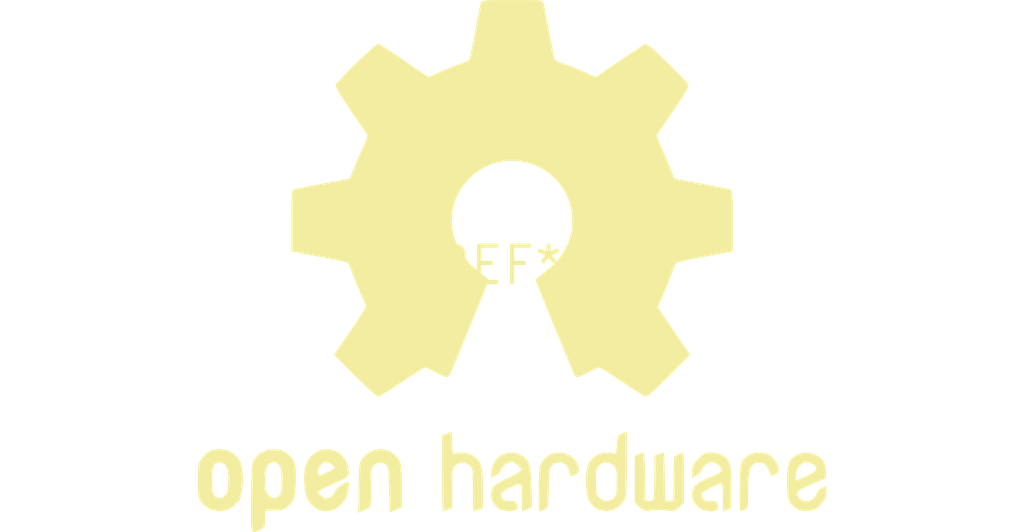
<source format=kicad_pcb>
(kicad_pcb (version 20240108) (generator pcbnew)
  (layers (0 "F.Cu" signal) (31 "B.Cu" signal) (34 "B.Paste" user) (35 "F.Paste" user) (36 "B.SilkS" user "B.Silkscreen") (37 "F.SilkS" user "F.Silkscreen") (38 "B.Mask" user) (39 "F.Mask" user) (44 "Edge.Cuts" user))
  (net 0 "")
  (footprint "OSHW-Logo2_24.3x20mm_SilkScreen" (layer "F.Cu") (at 0 0)
    (property "Reference" "REF**")
    (property "Value" "OSHW-Logo2_24.3x20mm_SilkScreen")
    (fp_poly (pts (xy 8.892816 6.566697) (xy 8.950976 6.592116) (xy 9.089795 6.702059) (xy 9.208505 6.86103) (xy 9.281921 7.030677) (xy 9.29387 7.114313) (xy 9.253809 7.231078) (xy 9.165935 7.292862) (xy 9.071718 7.330273) (xy 9.028577 7.337167) (xy 9.007571 7.287138) (xy 8.96609 7.178269) (xy 8.947892 7.129076) (xy 8.845848 6.958913) (xy 8.698103 6.874038) (xy 8.508655 6.876648) (xy 8.494623 6.879991) (xy 8.393481 6.927945) (xy 8.319124 7.021432) (xy 8.268338 7.171939) (xy 8.237908 7.390951) (xy 8.224618 7.689956) (xy 8.223372 7.849056) (xy 8.222754 8.099855) (xy 8.218705 8.270825) (xy 8.207933 8.379454) (xy 8.187147 8.44323) (xy 8.153055 8.479643) (xy 8.102365 8.506179) (xy 8.099435 8.507515) (xy 8.001818 8.548787) (xy 7.953458 8.563985) (xy 7.946027 8.518037) (xy 7.939666 8.391034) (xy 7.934832 8.199235) (xy 7.931985 7.958902) (xy 7.931418 7.783024) (xy 7.934313 7.442688) (xy 7.945637 7.184495) (xy 7.969346 6.993374) (xy 8.009397 6.854253) (xy 8.069747 6.75206) (xy 8.154353 6.671724) (xy 8.237899 6.615655) (xy 8.438791 6.541032) (xy 8.672596 6.524202) (xy 8.892816 6.566697)) (layer "F.SilkS") (stroke (width 0.01)) (fill solid))
    (fp_poly (pts (xy -4.304284 6.462865) (xy -4.148128 6.55319) (xy -4.039559 6.642845) (xy -3.960155 6.736776) (xy -3.905454 6.851646) (xy -3.87099 7.004114) (xy -3.852299 7.210844) (xy -3.844919 7.488496) (xy -3.844061 7.688086) (xy -3.844061 8.422766) (xy -4.050862 8.515472) (xy -4.257662 8.608179) (xy -4.281992 7.803492) (xy -4.292045 7.502966) (xy -4.302591 7.284835) (xy -4.315657 7.134186) (xy -4.333271 7.036107) (xy -4.357461 6.975688) (xy -4.390254 6.938016) (xy -4.400775 6.929862) (xy -4.560187 6.866178) (xy -4.721321 6.891378) (xy -4.817241 6.958238) (xy -4.856259 7.005616) (xy -4.883267 7.067787) (xy -4.900432 7.162039) (xy -4.909918 7.305657) (xy -4.913893 7.515931) (xy -4.914559 7.73507) (xy -4.91469 8.009999) (xy -4.919397 8.204602) (xy -4.935154 8.335851) (xy -4.968433 8.420718) (xy -5.025707 8.476177) (xy -5.113447 8.519201) (xy -5.230638 8.563907) (xy -5.358632 8.612571) (xy -5.343396 7.74891) (xy -5.337261 7.437565) (xy -5.330082 7.207483) (xy -5.319795 7.042614) (xy -5.30433 6.926909) (xy -5.281621 6.844316) (xy -5.249601 6.778788) (xy -5.210997 6.720974) (xy -5.024747 6.536283) (xy -4.797479 6.429481) (xy -4.550291 6.403898) (xy -4.304284 6.462865)) (layer "F.SilkS") (stroke (width 0.01)) (fill solid))
    (fp_poly (pts (xy 1.776572 6.536534) (xy 1.997609 6.618099) (xy 2.176683 6.762366) (xy 2.24672 6.86392) (xy 2.323071 7.050268) (xy 2.321485 7.18501) (xy 2.241347 7.275631) (xy 2.211696 7.29104) (xy 2.083674 7.339084) (xy 2.018294 7.326776) (xy 1.996148 7.246098) (xy 1.99502 7.201533) (xy 1.954477 7.037581) (xy 1.848802 6.922891) (xy 1.701924 6.867497) (xy 1.537773 6.881435) (xy 1.404337 6.953827) (xy 1.359269 6.99512) (xy 1.327323 7.045216) (xy 1.305744 7.120942) (xy 1.291773 7.239128) (xy 1.282655 7.4166) (xy 1.275631 7.670186) (xy 1.273812 7.750479) (xy 1.267178 8.025158) (xy 1.259636 8.218481) (xy 1.248325 8.346388) (xy 1.230385 8.424822) (xy 1.202955 8.469725) (xy 1.163177 8.497038) (xy 1.13771 8.509105) (xy 1.029556 8.550367) (xy 0.96589 8.563985) (xy 0.944854 8.518505) (xy 0.932013 8.381006) (xy 0.9273 8.149902) (xy 0.930644 7.823604) (xy 0.931686 7.773276) (xy 0.939035 7.475581) (xy 0.947726 7.258205) (xy 0.960092 7.104153) (xy 0.97847 6.99643) (xy 1.005195 6.918042) (xy 1.042602 6.851994) (xy 1.06217 6.823691) (xy 1.174366 6.698467) (xy 1.29985 6.601063) (xy 1.315213 6.592561) (xy 1.540223 6.525433) (xy 1.776572 6.536534)) (layer "F.SilkS") (stroke (width 0.01)) (fill solid))
    (fp_poly (pts (xy -2.092337 6.206429) (xy -2.078077 6.405313) (xy -2.061698 6.522511) (xy -2.039002 6.573632) (xy -2.005788 6.574286) (xy -1.995019 6.568183) (xy -1.851767 6.523997) (xy -1.665425 6.526577) (xy -1.475976 6.571999) (xy -1.357483 6.630759) (xy -1.235991 6.724631) (xy -1.147177 6.830865) (xy -1.086208 6.96585) (xy -1.04825 7.145976) (xy -1.028468 7.387633) (xy -1.02203 7.707211) (xy -1.021914 7.768516) (xy -1.021839 8.457147) (xy -1.175077 8.510566) (xy -1.283913 8.546908) (xy -1.343626 8.563828) (xy -1.345383 8.563985) (xy -1.351264 8.5181) (xy -1.356268 8.391539) (xy -1.360016 8.200941) (xy -1.362127 7.962948) (xy -1.362452 7.818252) (xy -1.363129 7.532955) (xy -1.366614 7.32848) (xy -1.375088 7.188334) (xy -1.390734 7.096023) (xy -1.415731 7.035053) (xy -1.452262 6.988931) (xy -1.475071 6.96672) (xy -1.631751 6.877214) (xy -1.802726 6.870511) (xy -1.95785 6.946208) (xy -1.986537 6.973539) (xy -2.028613 7.024929) (xy -2.057799 7.085886) (xy -2.076429 7.174025) (xy -2.086839 7.306961) (xy -2.091363 7.502309) (xy -2.092337 7.771652) (xy -2.092337 8.457147) (xy -2.245575 8.510566) (xy -2.354411 8.546908) (xy -2.414124 8.563828) (xy -2.415881 8.563985) (xy -2.420375 8.517414) (xy -2.424425 8.386051) (xy -2.42787 8.182422) (xy -2.430547 7.919054) (xy -2.432294 7.608471) (xy -2.432949 7.263201) (xy -2.43295 7.247843) (xy -2.43295 5.931701) (xy -2.116666 5.798289) (xy -2.092337 6.206429)) (layer "F.SilkS") (stroke (width 0.01)) (fill solid))
    (fp_poly (pts (xy 5.966873 6.5664) (xy 5.974299 6.694422) (xy 5.980118 6.888985) (xy 5.983859 7.134702) (xy 5.985058 7.392426) (xy 5.985058 8.264545) (xy 5.831075 8.418528) (xy 5.724963 8.513412) (xy 5.631816 8.551845) (xy 5.504504 8.549413) (xy 5.453968 8.543223) (xy 5.296017 8.52521) (xy 5.165371 8.514888) (xy 5.133525 8.513935) (xy 5.026166 8.520171) (xy 4.872619 8.535824) (xy 4.813083 8.543223) (xy 4.666857 8.554668) (xy 4.568589 8.529808) (xy 4.47115 8.453058) (xy 4.435976 8.418528) (xy 4.281993 8.264545) (xy 4.281993 6.633246) (xy 4.40593 6.576776) (xy 4.51265 6.53495) (xy 4.575087 6.520307) (xy 4.591096 6.566583) (xy 4.606058 6.695884) (xy 4.618978 6.893914) (xy 4.628857 7.14638) (xy 4.633622 7.359675) (xy 4.646935 8.199042) (xy 4.76308 8.215464) (xy 4.868716 8.203982) (xy 4.920477 8.166805) (xy 4.934945 8.097298) (xy 4.947298 7.94924) (xy 4.956552 7.741391) (xy 4.961728 7.492512) (xy 4.962474 7.364435) (xy 4.963219 6.627145) (xy 5.116457 6.573726) (xy 5.224916 6.537406) (xy 5.283913 6.520468) (xy 5.285614 6.520307) (xy 5.291533 6.566349) (xy 5.298039 6.694018) (xy 5.304586 6.887632) (xy 5.310627 7.131507) (xy 5.314848 7.359675) (xy 5.328161 8.199042) (xy 5.620115 8.199042) (xy 5.633513 7.433275) (xy 5.64691 6.667508) (xy 5.789238 6.593908) (xy 5.894322 6.543366) (xy 5.956517 6.520431) (xy 5.958312 6.520307) (xy 5.966873 6.5664)) (layer "F.SilkS") (stroke (width 0.01)) (fill solid))
    (fp_poly (pts (xy -9.919632 6.443358) (xy -9.691564 6.56328) (xy -9.523248 6.756278) (xy -9.463459 6.880355) (xy -9.416934 7.066653) (xy -9.393118 7.302045) (xy -9.39086 7.558952) (xy -9.409008 7.809799) (xy -9.446411 8.027009) (xy -9.501916 8.183005) (xy -9.518975 8.209871) (xy -9.72103 8.410415) (xy -9.961022 8.530529) (xy -10.221434 8.56568) (xy -10.484753 8.511337) (xy -10.558033 8.478756) (xy -10.700739 8.378353) (xy -10.825986 8.245225) (xy -10.837823 8.228341) (xy -10.885935 8.146969) (xy -10.917738 8.059984) (xy -10.936526 7.945475) (xy -10.945592 7.78153) (xy -10.948229 7.54624) (xy -10.948275 7.493487) (xy -10.948154 7.476699) (xy -10.461685 7.476699) (xy -10.458854 7.698761) (xy -10.447712 7.846123) (xy -10.424291 7.941308) (xy -10.384619 8.006837) (xy -10.364367 8.028736) (xy -10.24794 8.111953) (xy -10.134902 8.108158) (xy -10.020609 8.035973) (xy -9.952441 7.958911) (xy -9.91207 7.846429) (xy -9.889398 7.669055) (xy -9.887843 7.648367) (xy -9.883973 7.326911) (xy -9.924417 7.088167) (xy -10.008626 6.9336) (xy -10.136053 6.864678) (xy -10.18154 6.86092) (xy -10.300981 6.879821) (xy -10.382683 6.945306) (xy -10.432637 7.070544) (xy -10.456834 7.268704) (xy -10.461685 7.476699) (xy -10.948154 7.476699) (xy -10.946463 7.242765) (xy -10.938853 7.067582) (xy -10.922186 6.946191) (xy -10.893201 6.856847) (xy -10.84864 6.777803) (xy -10.838793 6.763107) (xy -10.67328 6.565011) (xy -10.49293 6.450014) (xy -10.273365 6.404365) (xy -10.198805 6.402135) (xy -9.919632 6.443358)) (layer "F.SilkS") (stroke (width 0.01)) (fill solid))
    (fp_poly (pts (xy 10.572399 6.594233) (xy 10.764917 6.720057) (xy 10.857774 6.832696) (xy 10.93134 7.037092) (xy 10.937183 7.19883) (xy 10.923947 7.415094) (xy 10.425192 7.633398) (xy 10.182685 7.74493) (xy 10.024229 7.83465) (xy 9.941836 7.912361) (xy 9.927518 7.987867) (xy 9.973287 8.070971) (xy 10.023755 8.126054) (xy 10.170605 8.214389) (xy 10.330328 8.220579) (xy 10.47702 8.151735) (xy 10.584781 8.014972) (xy 10.604055 7.96668) (xy 10.696376 7.815848) (xy 10.802588 7.751567) (xy 10.948276 7.696576) (xy 10.948276 7.905057) (xy 10.935396 8.046926) (xy 10.884943 8.166563) (xy 10.779197 8.303927) (xy 10.76348 8.321777) (xy 10.645855 8.443986) (xy 10.544746 8.50957) (xy 10.41825 8.539742) (xy 10.313384 8.549623) (xy 10.125811 8.552085) (xy 9.992284 8.520892) (xy 9.908983 8.474579) (xy 9.778063 8.372735) (xy 9.687439 8.262591) (xy 9.630087 8.124069) (xy 9.59898 7.93709) (xy 9.587094 7.681577) (xy 9.586145 7.551894) (xy 9.589371 7.396421) (xy 9.883166 7.396421) (xy 9.886573 7.479827) (xy 9.895066 7.493487) (xy 9.95111 7.474931) (xy 10.071718 7.425822) (xy 10.232913 7.356002) (xy 10.266622 7.340995) (xy 10.470339 7.237404) (xy 10.582579 7.146359) (xy 10.607247 7.061081) (xy 10.548245 6.974794) (xy 10.499518 6.936667) (xy 10.323694 6.860417) (xy 10.159127 6.873014) (xy 10.021354 6.966086) (xy 9.925913 7.131256) (xy 9.895314 7.262357) (xy 9.883166 7.396421) (xy 9.589371 7.396421) (xy 9.592432 7.248919) (xy 9.615599 7.024756) (xy 9.66149 6.861526) (xy 9.735954 6.741352) (xy 9.844836 6.646355) (xy 9.892305 6.615655) (xy 10.107938 6.535703) (xy 10.344021 6.530672) (xy 10.572399 6.594233)) (layer "F.SilkS") (stroke (width 0.01)) (fill solid))
    (fp_poly (pts (xy 3.989857 6.924093) (xy 3.989239 7.287769) (xy 3.986847 7.567532) (xy 3.981671 7.776784) (xy 3.972704 7.928926) (xy 3.958936 8.037359) (xy 3.939361 8.115485) (xy 3.912968 8.176707) (xy 3.892984 8.211652) (xy 3.727483 8.401157) (xy 3.517648 8.519942) (xy 3.285486 8.562564) (xy 3.053008 8.523583) (xy 2.914572 8.453532) (xy 2.769242 8.332353) (xy 2.670195 8.184354) (xy 2.610435 7.990534) (xy 2.582969 7.731892) (xy 2.579079 7.542146) (xy 2.579603 7.52851) (xy 2.919541 7.52851) (xy 2.921617 7.746096) (xy 2.93113 7.890134) (xy 2.953008 7.984364) (xy 2.992176 8.052523) (xy 3.038976 8.103936) (xy 3.196146 8.203175) (xy 3.3649 8.211653) (xy 3.524393 8.128799) (xy 3.536807 8.117572) (xy 3.589791 8.059171) (xy 3.623014 7.989686) (xy 3.641 7.88627) (xy 3.648275 7.726073) (xy 3.649426 7.548965) (xy 3.646932 7.326467) (xy 3.636608 7.178037) (xy 3.614191 7.080489) (xy 3.575418 7.010637) (xy 3.543626 6.973539) (xy 3.395939 6.879975) (xy 3.225846 6.868725) (xy 3.063492 6.94019) (xy 3.03216 6.96672) (xy 2.978822 7.025636) (xy 2.945531 7.095837) (xy 2.927656 7.200418) (xy 2.920566 7.362479) (xy 2.919541 7.52851) (xy 2.579603 7.52851) (xy 2.59084 7.236579) (xy 2.630787 7.006993) (xy 2.705913 6.834387) (xy 2.823214 6.69976) (xy 2.914572 6.630759) (xy 3.080627 6.556214) (xy 3.273092 6.521613) (xy 3.451999 6.530875) (xy 3.552108 6.568238) (xy 3.591393 6.578872) (xy 3.617461 6.539225) (xy 3.635658 6.432981) (xy 3.649426 6.271145) (xy 3.664499 6.090902) (xy 3.685436 5.982458) (xy 3.723532 5.920446) (xy 3.790085 5.879499) (xy 3.831897 5.861366) (xy 3.990039 5.79512) (xy 3.989857 6.924093)) (layer "F.SilkS") (stroke (width 0.01)) (fill solid))
    (fp_poly (pts (xy -6.140747 6.474461) (xy -5.948903 6.603519) (xy -5.800648 6.789915) (xy -5.712084 7.027109) (xy -5.694172 7.201691) (xy -5.696206 7.274544) (xy -5.71324 7.330324) (xy -5.760064 7.380298) (xy -5.851473 7.435733) (xy -6.002258 7.507896) (xy -6.227213 7.608055) (xy -6.228352 7.608558) (xy -6.435415 7.703396) (xy -6.605212 7.787609) (xy -6.720388 7.852133) (xy -6.76359 7.8879) (xy -6.763601 7.888188) (xy -6.725525 7.966074) (xy -6.636484 8.051924) (xy -6.534263 8.113769) (xy -6.482474 8.126054) (xy -6.341184 8.083564) (xy -6.219512 7.977152) (xy -6.160145 7.860156) (xy -6.103033 7.773905) (xy -5.991161 7.675681) (xy -5.859654 7.590827) (xy -5.743632 7.544681) (xy -5.719371 7.542146) (xy -5.692062 7.583868) (xy -5.690416 7.690519) (xy -5.710486 7.834321) (xy -5.748322 7.987501) (xy -5.799977 8.122283) (xy -5.802586 8.127516) (xy -5.958031 8.344557) (xy -6.159493 8.492185) (xy -6.388288 8.564644) (xy -6.625733 8.556177) (xy -6.853146 8.461027) (xy -6.863257 8.454337) (xy -7.04215 8.292211) (xy -7.15978 8.080682) (xy -7.224877 7.802543) (xy -7.233613 7.724398) (xy -7.249086 7.355549) (xy -7.230537 7.183541) (xy -6.763601 7.183541) (xy -6.757534 7.290838) (xy -6.724351 7.322152) (xy -6.641623 7.298725) (xy -6.511221 7.243348) (xy -6.365457 7.173932) (xy -6.361834 7.172094) (xy -6.238283 7.107108) (xy -6.188697 7.06374) (xy -6.200925 7.018275) (xy -6.252412 6.958536) (xy -6.383399 6.872085) (xy -6.524462 6.865733) (xy -6.650995 6.928649) (xy -6.738392 7.050003) (xy -6.763601 7.183541) (xy -7.230537 7.183541) (xy -7.21726 7.060435) (xy -7.135609 6.826382) (xy -7.021939 6.662413) (xy -6.816775 6.496716) (xy -6.590786 6.414519) (xy -6.360075 6.409281) (xy -6.140747 6.474461)) (layer "F.SilkS") (stroke (width 0.01)) (fill solid))
    (fp_poly (pts (xy 0.133241 6.540601) (xy 0.323905 6.611403) (xy 0.326086 6.612764) (xy 0.444006 6.69955) (xy 0.53106 6.800973) (xy 0.592286 6.933145) (xy 0.632723 7.112182) (xy 0.657409 7.354195) (xy 0.671382 7.675299) (xy 0.672607 7.721048) (xy 0.6902 8.410869) (xy 0.542152 8.487427) (xy 0.43503 8.539163) (xy 0.370351 8.563678) (xy 0.367359 8.563985) (xy 0.356166 8.518751) (xy 0.347275 8.396736) (xy 0.341806 8.218468) (xy 0.340613 8.074116) (xy 0.340586 7.840271) (xy 0.329896 7.693419) (xy 0.292633 7.623376) (xy 0.212888 7.619958) (xy 0.074749 7.672983) (xy -0.133812 7.770454) (xy -0.287171 7.851409) (xy -0.366048 7.921644) (xy -0.389236 7.998194) (xy -0.389272 8.001982) (xy -0.351007 8.133852) (xy -0.237717 8.205091) (xy -0.064336 8.21541) (xy 0.06055 8.21362) (xy 0.126399 8.249589) (xy 0.167464 8.335985) (xy 0.191099 8.446054) (xy 0.157039 8.508508) (xy 0.144214 8.517446) (xy 0.023472 8.553343) (xy -0.145612 8.558426) (xy -0.319739 8.534631) (xy -0.443124 8.491147) (xy -0.613713 8.346309) (xy -0.710681 8.144694) (xy -0.729885 7.98718) (xy -0.71523 7.845104) (xy -0.662199 7.729127) (xy -0.557194 7.626121) (xy -0.386614 7.522954) (xy -0.136862 7.406496) (xy -0.121647 7.399914) (xy 0.103329 7.295981) (xy 0.242157 7.210743) (xy 0.301662 7.134147) (xy 0.288672 7.056139) (xy 0.210012 6.966664) (xy 0.18649 6.946073) (xy 0.028933 6.866236) (xy -0.134323 6.869597) (xy -0.276505 6.947874) (xy -0.37084 7.092781) (xy -0.379605 7.121224) (xy -0.464962 7.259174) (xy -0.573271 7.32562) (xy -0.729885 7.391471) (xy -0.729885 7.221097) (xy -0.682244 6.973454) (xy -0.540841 6.746307) (xy -0.467258 6.670318) (xy -0.299991 6.57279) (xy -0.087274 6.52864) (xy 0.133241 6.540601)) (layer "F.SilkS") (stroke (width 0.01)) (fill solid))
    (fp_poly (pts (xy -8.046834 6.436506) (xy -7.860916 6.529204) (xy -7.69682 6.699885) (xy -7.651628 6.763107) (xy -7.602396 6.845834) (xy -7.570453 6.935687) (xy -7.552178 7.055608) (xy -7.543952 7.228537) (xy -7.542145 7.456835) (xy -7.550303 7.769693) (xy -7.578659 8.004598) (xy -7.633038 8.179847) (xy -7.719263 8.313738) (xy -7.843159 8.424569) (xy -7.852263 8.431131) (xy -7.974366 8.498256) (xy -8.1214 8.531467) (xy -8.308396 8.539655) (xy -8.612387 8.539655) (xy -8.612515 8.834762) (xy -8.615344 8.999117) (xy -8.632582 9.095523) (xy -8.67763 9.153343) (xy -8.763886 9.201941) (xy -8.784601 9.211869) (xy -8.881538 9.258398) (xy -8.956593 9.287786) (xy -9.012402 9.290324) (xy -9.051603 9.256302) (xy -9.076832 9.176012) (xy -9.090728 9.039743) (xy -9.095927 8.837787) (xy -9.095066 8.560434) (xy -9.090784 8.197976) (xy -9.089447 8.08956) (xy -9.084629 7.715837) (xy -9.080313 7.471369) (xy -8.612643 7.471369) (xy -8.610015 7.678877) (xy -8.598333 7.814645) (xy -8.571903 7.904192) (xy -8.525031 7.973039) (xy -8.493207 8.006618) (xy -8.363108 8.104869) (xy -8.247921 8.112866) (xy -8.129066 8.03173) (xy -8.126053 8.028736) (xy -8.077695 7.96603) (xy -8.048278 7.880808) (xy -8.03344 7.749564) (xy -8.028819 7.548793) (xy -8.028735 7.504314) (xy -8.039902 7.227639) (xy -8.076253 7.035842) (xy -8.142059 6.918757) (xy -8.241593 6.866215) (xy -8.299119 6.86092) (xy -8.435649 6.885767) (xy -8.529298 6.967581) (xy -8.58567 7.11727) (xy -8.610367 7.345743) (xy -8.612643 7.471369) (xy -9.080313 7.471369) (xy -9.079522 7.426587) (xy -9.072922 7.20897) (xy -9.063623 7.050146) (xy -9.050423 6.937274) (xy -9.032115 6.857513) (xy -9.007497 6.798023) (xy -8.975363 6.745963) (xy -8.961585 6.726373) (xy -8.778812 6.541328) (xy -8.547724 6.436412) (xy -8.28041 6.407163) (xy -8.046834 6.436506)) (layer "F.SilkS") (stroke (width 0.01)) (fill solid))
    (fp_poly (pts (xy 7.190678 6.558594) (xy 7.330782 6.622323) (xy 7.44075 6.699543) (xy 7.521324 6.785887) (xy 7.576954 6.897272) (xy 7.612089 7.049616) (xy 7.631179 7.258835) (xy 7.638672 7.540846) (xy 7.639464 7.726555) (xy 7.639464 8.451046) (xy 7.515527 8.507515) (xy 7.41791 8.548787) (xy 7.36955 8.563985) (xy 7.360298 8.518762) (xy 7.352958 8.396824) (xy 7.348464 8.218772) (xy 7.34751 8.077395) (xy 7.34341 7.873146) (xy 7.332354 7.711113) (xy 7.316211 7.611891) (xy 7.303387 7.590805) (xy 7.217186 7.612338) (xy 7.081862 7.667566) (xy 6.92517 7.742436) (xy 6.774863 7.822892) (xy 6.658693 7.89488) (xy 6.604413 7.944346) (xy 6.604198 7.944881) (xy 6.608867 8.036428) (xy 6.650732 8.12382) (xy 6.724235 8.194802) (xy 6.831516 8.218543) (xy 6.923202 8.215777) (xy 7.053058 8.213741) (xy 7.121221 8.244164) (xy 7.162159 8.324543) (xy 7.167321 8.3397) (xy 7.185067 8.454331) (xy 7.137609 8.523934) (xy 7.013907 8.557105) (xy 6.880281 8.56324) (xy 6.639817 8.517763) (xy 6.515338 8.452817) (xy 6.361605 8.300246) (xy 6.280073 8.112971) (xy 6.272756 7.915085) (xy 6.341669 7.730685) (xy 6.445328 7.615134) (xy 6.548823 7.550442) (xy 6.711492 7.468542) (xy 6.901054 7.385486) (xy 6.93265 7.372795) (xy 7.140869 7.280908) (xy 7.260898 7.199923) (xy 7.299501 7.119413) (xy 7.26344 7.02895) (xy 7.201533 6.958238) (xy 7.055213 6.87117) (xy 6.894217 6.86464) (xy 6.746573 6.931735) (xy 6.64031 7.065544) (xy 6.626362 7.100067) (xy 6.54516 7.227042) (xy 6.426608 7.321309) (xy 6.277012 7.398668) (xy 6.277012 7.179307) (xy 6.285817 7.04528) (xy 6.32357 6.939644) (xy 6.407279 6.826939) (xy 6.487636 6.740127) (xy 6.612591 6.617204) (xy 6.709677 6.551171) (xy 6.813954 6.524684) (xy 6.931989 6.520307) (xy 7.190678 6.558594)) (layer "F.SilkS") (stroke (width 0.01)) (fill solid))
    (fp_poly (pts (xy 0.348357 -9.245003) (xy 0.611677 -9.243561) (xy 0.802246 -9.239658) (xy 0.932345 -9.232063) (xy 1.014257 -9.21955) (xy 1.060266 -9.200889) (xy 1.082653 -9.174852) (xy 1.093702 -9.140212) (xy 1.094776 -9.135728) (xy 1.111559 -9.054811) (xy 1.142625 -8.895158) (xy 1.184742 -8.673762) (xy 1.234679 -8.407615) (xy 1.289203 -8.11371) (xy 1.291107 -8.103388) (xy 1.345723 -7.815364) (xy 1.396822 -7.560885) (xy 1.441106 -7.355215) (xy 1.475279 -7.213615) (xy 1.496043 -7.15135) (xy 1.497033 -7.150247) (xy 1.558199 -7.119841) (xy 1.68431 -7.069172) (xy 1.848131 -7.009178) (xy 1.849043 -7.008858) (xy 2.055388 -6.931296) (xy 2.29866 -6.832493) (xy 2.527969 -6.733152) (xy 2.538822 -6.72824) (xy 2.912317 -6.558724) (xy 3.739365 -7.123505) (xy 3.993077 -7.29568) (xy 4.222902 -7.449605) (xy 4.415525 -7.576526) (xy 4.557632 -7.667691) (xy 4.635907 -7.714345) (xy 4.64334 -7.717805) (xy 4.700224 -7.7024) (xy 4.806469 -7.628073) (xy 4.966219 -7.491319) (xy 5.183616 -7.288632) (xy 5.405548 -7.072992) (xy 5.619491 -6.860497) (xy 5.810969 -6.66659) (xy 5.968455 -6.503246) (xy 6.080422 -6.382439) (xy 6.135343 -6.316145) (xy 6.137386 -6.312732) (xy 6.143458 -6.267239) (xy 6.120584 -6.192944) (xy 6.063115 -6.079814) (xy 5.965399 -5.917815) (xy 5.821784 -5.696914) (xy 5.630333 -5.41254) (xy 5.460423 -5.162241) (xy 5.308538 -4.93775) (xy 5.183455 -4.7521) (xy 5.093949 -4.618325) (xy 5.0488 -4.549458) (xy 5.045958 -4.544782) (xy 5.05147 -4.478799) (xy 5.093255 -4.350552) (xy 5.162997 -4.18428) (xy 5.187854 -4.131181) (xy 5.296311 -3.894623) (xy 5.41202 -3.626211) (xy 5.506015 -3.393965) (xy 5.573745 -3.221593) (xy 5.627543 -3.090597) (xy 5.658631 -3.022133) (xy 5.662496 -3.016858) (xy 5.719671 -3.00812) (xy 5.854448 -2.984177) (xy 6.048906 -2.948438) (xy 6.285125 -2.904311) (xy 6.545184 -2.855205) (xy 6.811163 -2.804528) (xy 7.065143 -2.755687) (xy 7.289201 -2.712091) (xy 7.46542 -2.677149) (xy 7.575877 -2.654268) (xy 7.60297 -2.647799) (xy 7.630956 -2.631833) (xy 7.652081 -2.595773) (xy 7.667297 -2.527448) (xy 7.677553 -2.414685) (xy 7.6838 -2.245314) (xy 7.686988 -2.007162) (xy 7.688067 -1.688058) (xy 7.688123 -1.557259) (xy 7.688123 -0.493489) (xy 7.432663 -0.443067) (xy 7.290537 -0.415727) (xy 7.07845 -0.375818) (xy 6.822193 -0.328155) (xy 6.547558 -0.277554) (xy 6.471648 -0.263656) (xy 6.218221 -0.214383) (xy 5.997447 -0.16593) (xy 5.827857 -0.122785) (xy 5.72798 -0.089437) (xy 5.711343 -0.079498) (xy 5.670489 -0.009109) (xy 5.611913 0.127283) (xy 5.546955 0.302805) (xy 5.534071 0.340613) (xy 5.448934 0.57503) (xy 5.343256 0.839524) (xy 5.23984 1.077041) (xy 5.23933 1.078144) (xy 5.067112 1.450733) (xy 5.633524 2.283893) (xy 6.199935 3.117053) (xy 5.472702 3.8455) (xy 5.252748 4.062302) (xy 5.052132 4.253414) (xy 4.882122 4.408636) (xy 4.753985 4.517764) (xy 4.678989 4.570595) (xy 4.668231 4.573947) (xy 4.605067 4.547549) (xy 4.47618 4.47416) (xy 4.295649 4.362484) (xy 4.077554 4.221224) (xy 3.841754 4.063027) (xy 3.602436 3.901664) (xy 3.389059 3.761252) (xy 3.215175 3.650431) (xy 3.094334 3.577838) (xy 3.040263 3.552108) (xy 2.974294 3.57388) (xy 2.849198 3.631251) (xy 2.69078 3.7123) (xy 2.673987 3.721309) (xy 2.460652 3.8283) (xy 2.314364 3.880772) (xy 2.22338 3.88133) (xy 2.175959 3.83258) (xy 2.175683 3.831897) (xy 2.15198 3.774164) (xy 2.095449 3.637115) (xy 2.010474 3.431357) (xy 1.901438 3.167498) (xy 1.772724 2.856144) (xy 1.628715 2.507904) (xy 1.489251 2.170744) (xy 1.33598 1.798666) (xy 1.195251 1.453987) (xy 1.071282 1.147271) (xy 0.968291 0.889085) (xy 0.890496 0.689994) (xy 0.842114 0.560565) (xy 0.827204 0.512261) (xy 0.864594 0.45685) (xy 0.962398 0.368538) (xy 1.092815 0.271174) (xy 1.464223 -0.036747) (xy 1.75453 -0.389696) (xy 1.960256 -0.780239) (xy 2.077923 -1.200943) (xy 2.104051 -1.644371) (xy 2.08506 -1.849042) (xy 1.981583 -2.273677) (xy 1.803373 -2.648664) (xy 1.561482 -2.970304) (xy 1.266963 -3.234899) (xy 0.930871 -3.43875) (xy 0.564258 -3.578158) (xy 0.178177 -3.649426) (xy -0.216319 -3.648855) (xy -0.608175 -3.572746) (xy -0.98634 -3.417401) (xy -1.33976 -3.179121) (xy -1.487273 -3.044361) (xy -1.770184 -2.698321) (xy -1.967168 -2.320174) (xy -2.079536 -1.920945) (xy -2.108599 -1.511655) (xy -2.055669 -1.103328) (xy -1.922057 -0.706987) (xy -1.709075 -0.333655) (xy -1.418034 0.005645) (xy -1.092814 0.271174) (xy -0.957348 0.372671) (xy -0.861651 0.460025) (xy -0.827203 0.512343) (xy -0.84524 0.569398) (xy -0.896538 0.705698) (xy -0.976876 0.910678) (xy -1.082036 1.173772) (xy -1.207796 1.484416) (xy -1.349937 1.832043) (xy -1.489635 2.170826) (xy -1.643759 2.543222) (xy -1.786518 2.888307) (xy -1.913529 3.195477) (xy -2.020411 3.454125) (xy -2.10278 3.653647) (xy -2.156253 3.783435) (xy -2.176067 3.831897) (xy -2.222876 3.881129) (xy -2.313417 3.880985) (xy -2.459342 3.828877) (xy -2.672302 3.722216) (xy -2.673986 3.721309) (xy -2.83433 3.638536) (xy -2.963948 3.578242) (xy -3.037037 3.552346) (xy -3.040263 3.552108) (xy -3.095284 3.578374) (xy -3.216757 3.651416) (xy -3.391129 3.762595) (xy -3.60485 3.903273) (xy -3.841753 4.063027) (xy -4.082945 4.224779) (xy -4.300326 4.36545) (xy -4.479816 4.476335) (xy -4.607336 4.54873) (xy -4.66823 4.573947) (xy -4.724303 4.540803) (xy -4.83704 4.448173) (xy -4.995177 4.306257) (xy -5.187449 4.125255) (xy -5.402591 3.915369) (xy -5.472952 3.845249) (xy -6.200434 3.116552) (xy -5.646705 2.3039) (xy -5.478423 2.054342) (xy -5.330729 1.830366) (xy -5.21191 1.644949) (xy -5.13025 1.511065) (xy -5.094036 1.44169) (xy -5.092975 1.436755) (xy -5.112067 1.371364) (xy -5.163418 1.239825) (xy -5.23814 1.064181) (xy -5.290588 0.946591) (xy -5.388654 0.721461) (xy -5.481007 0.494015) (xy -5.552606 0.301839) (xy -5.572056 0.243295) (xy -5.627314 0.086956) (xy -5.681331 -0.033842) (xy -5.711001 -0.079498) (xy -5.776476 -0.107439) (xy -5.919376 -0.147049) (xy -6.121161 -0.193838) (xy -6.363288 -0.243317) (xy -6.471647 -0.263656) (xy -6.746811 -0.314219) (xy -7.010746 -0.363178) (xy -7.237659 -0.405719) (xy -7.401761 -0.437025) (xy -7.432662 -0.443067) (xy -7.688122 -0.493489) (xy -7.688122 -1.557259) (xy -7.687548 -1.90705) (xy -7.685193 -2.1717) (xy -7.680107 -2.363378) (xy -7.671339 -2.494256) (xy -7.657938 -2.576507) (xy -7.638954 -2.622302) (xy -7.613438 -2.643812) (xy -7.602969 -2.647799) (xy -7.539826 -2.661944) (xy -7.400325 -2.690166) (xy -7.202389 -2.729057) (xy -6.963935 -2.775208) (xy -6.702886 -2.825212) (xy -6.437161 -2.875659) (xy -6.184681 -2.923142) (xy -5.963365 -2.964252) (xy -5.791134 -2.995581) (xy -5.685908 -3.013722) (xy -5.662495 -3.016858) (xy -5.641284 -3.058827) (xy -5.594332 -3.17063) (xy -5.530419 -3.331112) (xy -5.506014 -3.393965) (xy -5.40758 -3.636797) (xy -5.291666 -3.905082) (xy -5.187853 -4.131181) (xy -5.111465 -4.304065) (xy -5.060644 -4.446123) (xy -5.043679 -4.533122) (xy -5.046384 -4.544782) (xy -5.082239 -4.59983) (xy -5.164108 -4.722261) (xy -5.283205 -4.899038) (xy -5.430742 -5.117123) (xy -5.597931 -5.36348) (xy -5.63099 -5.412109) (xy -5.82498 -5.700227) (xy -5.967579 -5.919623) (xy -6.064473 -6.080398) (xy -6.121346 -6.192654) (xy -6.143884 -6.26649) (xy -6.137772 -6.31201) (xy -6.137616 -6.3123) (xy -6.089511 -6.37209) (xy -5.983111 -6.487681) (xy -5.829948 -6.647091) (xy -5.641555 -6.838335) (xy -5.429465 -7.049432) (xy -5.405547 -7.072992) (xy -5.138262 -7.331828) (xy -4.931992 -7.521883) (xy -4.782592 -7.646663) (xy -4.68592 -7.709673) (xy -4.643339 -7.717805) (xy -4.581196 -7.682328) (xy -4.452237 -7.600377) (xy -4.269778 -7.480708) (xy -4.047133 -7.332074) (xy -3.797616 -7.163228) (xy -3.739364 -7.123505) (xy -2.912316 -6.558724) (xy -2.538821 -6.72824) (xy -2.311684 -6.827029) (xy -2.067872 -6.926383) (xy -1.858275 -7.005599) (xy -1.849042 -7.008858) (xy -1.685095 -7.068871) (xy -1.558715 -7.119618) (xy -1.497137 -7.150159) (xy -1.497032 -7.150247) (xy -1.477493 -7.205452) (xy -1.444279 -7.341221) (xy -1.400687 -7.542291) (xy -1.350016 -7.793401) (xy -1.295561 -8.079287) (xy -1.291106 -8.103388) (xy -1.236482 -8.397941) (xy -1.186336 -8.665316) (xy -1.143898 -8.88852) (xy -1.112402 -9.050561) (xy -1.095077 -9.134447) (xy -1.094775 -9.135728) (xy -1.084232 -9.171412) (xy -1.063731 -9.198354) (xy -1.020989 -9.217782) (xy -0.943724 -9.230925) (xy -0.819652 -9.239011) (xy -0.636491 -9.243268) (xy -0.381958 -9.244925) (xy -0.043769 -9.24521) (xy 0 -9.24521) (xy 0.348357 -9.245003)) (layer "F.SilkS") (stroke (width 0.01)) (fill solid))
  )
)
</source>
